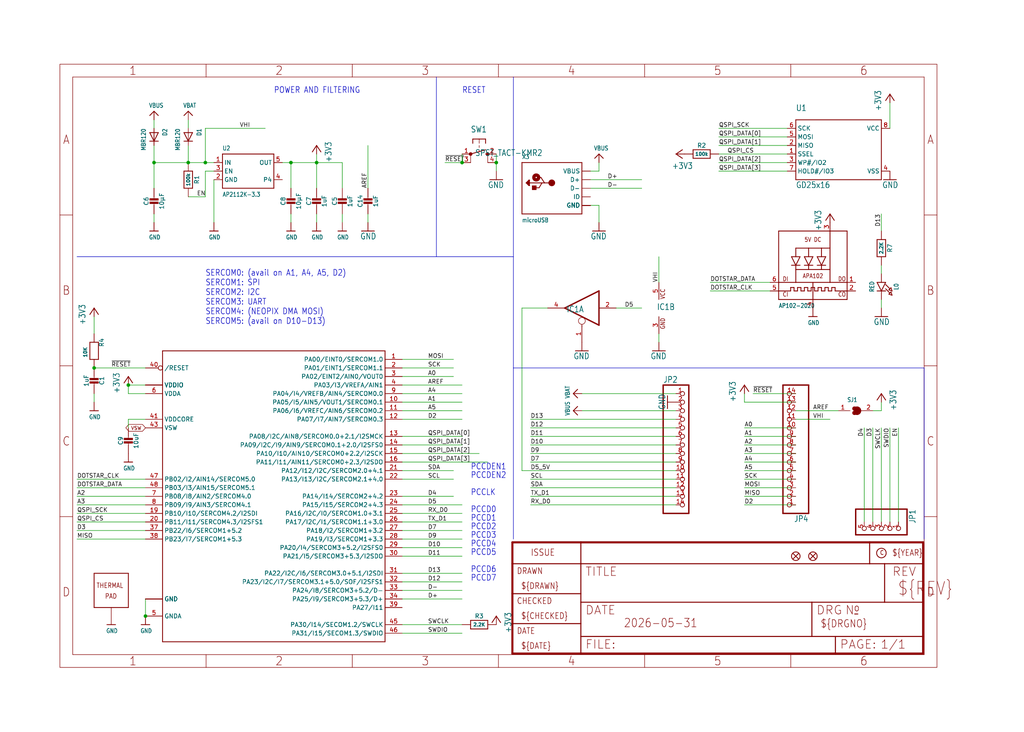
<source format=kicad_sch>
(kicad_sch (version 20230121) (generator eeschema)
  (paper "User" 303.962 217.322)
  (lib_symbols
    (symbol "working-eagle-import:+3V3" (power)
      (property "Value" "+3V3" (at -2.54 -5.08 90))
      (symbol "+3V3_1_0"
        (pin power_in line (at 0 -2.54 90) (length 2.54) (name "+3V3") (number "1"))
      )
    )
    (symbol "working-eagle-import:741G125DBV"
      (property "Reference" "IC" (at -0.635 -0.635 0))
      (symbol "741G125DBV_1_0"
        (pin input line (at 0 10.16 270) (length 5.08) (name "OE") (number "1"))
        (pin input line (at -10.16 0 0) (length 5.08) (name "I") (number "2"))
        (pin tri_state line (at 10.16 0 180) (length 5.08) (name "O") (number "4"))
      )
      (symbol "741G125DBV_2_0"
        (text "GND" (at 1.905 -6.35 900) (effects (font (size 1.27 1.0795)) (justify left bottom)))
        (text "VCC" (at 1.905 2.54 900) (effects (font (size 1.27 1.0795)) (justify left bottom)))
        (pin power_in line (at 0 -7.62 90) (length 5.08) (name "GND") (number "3"))
        (pin power_in line (at 0 7.62 270) (length 5.08) (name "VCC") (number "5"))
      )
    )
    (symbol "working-eagle-import:APA1022020"
      (symbol "APA1022020_1_0"
        (text "5V DC" (at 0 7.62 0) (effects (font (size 1.27 1.0795))))
        (text "APA102" (at 0 -3.175 0) (effects (font (size 1.27 1.0795))))
        (text "CI" (at -8.128 -8.636 0) (effects (font (size 1.27 1.0795))))
        (text "CO" (at 8.636 -8.636 0) (effects (font (size 1.27 1.0795))))
        (text "DI" (at -8.128 -4.064 0) (effects (font (size 1.27 1.0795))))
        (text "DO" (at 8.636 -4.064 0) (effects (font (size 1.27 1.0795))))
        (pin output line (at 12.7 -5.08 180) (length 2.54) (name "DO") (number "1"))
        (pin output line (at 12.7 -7.62 180) (length 2.54) (name "CKO") (number "2"))
        (pin power_in line (at 5.08 12.7 270) (length 2.54) (name "VDD") (number "3"))
        (pin power_in line (at 0 -12.7 90) (length 2.54) (name "GND") (number "4"))
        (pin input line (at -12.7 -7.62 0) (length 2.54) (name "CKI") (number "5"))
        (pin input line (at -12.7 -5.08 0) (length 2.54) (name "DI") (number "6"))
      )
    )
    (symbol "working-eagle-import:ATSAMD51G_TQFN48"
      (symbol "ATSAMD51G_TQFN48_1_0"
        (pin bidirectional line (at 38.1 48.26 180) (length 5.08) (name "PA00/EINT0/SERCOM1.0") (number "1"))
        (pin bidirectional line (at 38.1 35.56 180) (length 5.08) (name "PA05/I5/AIN5/VOUT1/SERCOM0.1") (number "10"))
        (pin bidirectional line (at 38.1 33.02 180) (length 5.08) (name "PA06/I6/VREFC/AIN6/SERCOM0.2") (number "11"))
        (pin bidirectional line (at 38.1 30.48 180) (length 5.08) (name "PA07/I7/AIN7/SERCOM0.3") (number "12"))
        (pin bidirectional line (at 38.1 25.4 180) (length 5.08) (name "PA08/I2C/AIN8/SERCOM0.0+2.1/I2SMCK") (number "13"))
        (pin bidirectional line (at 38.1 22.86 180) (length 5.08) (name "PA09/I2C/I9/AIN9/SERCOM0.1+2.0/I2SFS0") (number "14"))
        (pin bidirectional line (at 38.1 20.32 180) (length 5.08) (name "PA10/I10/AIN10/SERCOM0+2.2/I2SCK") (number "15"))
        (pin bidirectional line (at 38.1 17.78 180) (length 5.08) (name "PA11/I11/AIN11/SERCOM0+2.3/I2SDO") (number "16"))
        (pin power_in line (at -38.1 40.64 0) (length 5.08) (name "VDDIO") (number "17"))
        (pin power_in line (at -38.1 -22.86 0) (length 5.08) (name "GND") (number "18"))
        (pin bidirectional line (at -38.1 2.54 0) (length 5.08) (name "PB10/I10/SERCOM4.2/I2SDI") (number "19"))
        (pin bidirectional line (at 38.1 45.72 180) (length 5.08) (name "PA01/EINT1/SERCOM1.1") (number "2"))
        (pin bidirectional line (at -38.1 0 0) (length 5.08) (name "PB11/I11/SERCOM4.3/I2SFS1") (number "20"))
        (pin bidirectional line (at 38.1 15.24 180) (length 5.08) (name "PA12/I12/I2C/SERCOM2.0+4.1") (number "21"))
        (pin bidirectional line (at 38.1 12.7 180) (length 5.08) (name "PA13/I13/I2C/SERCOM2.1+4.0") (number "22"))
        (pin bidirectional line (at 38.1 7.62 180) (length 5.08) (name "PA14/I14/SERCOM2+4.2") (number "23"))
        (pin bidirectional line (at 38.1 5.08 180) (length 5.08) (name "PA15/I15/SERCOM2+4.3") (number "24"))
        (pin bidirectional line (at 38.1 2.54 180) (length 5.08) (name "PA16/I2C/I0/SERCOM1.0+3.1") (number "25"))
        (pin bidirectional line (at 38.1 0 180) (length 5.08) (name "PA17/I2C/I1/SERCOM1.1+3.0") (number "26"))
        (pin bidirectional line (at 38.1 -2.54 180) (length 5.08) (name "PA18/I2/SERCOM1+3.2") (number "27"))
        (pin bidirectional line (at 38.1 -5.08 180) (length 5.08) (name "PA19/I3/SERCOM1+3.3") (number "28"))
        (pin bidirectional line (at 38.1 -7.62 180) (length 5.08) (name "PA20/I4/SERCOM3+5.2/I2SFS0") (number "29"))
        (pin bidirectional line (at 38.1 43.18 180) (length 5.08) (name "PA02/EINT2/AIN0/VOUT0") (number "3"))
        (pin bidirectional line (at 38.1 -10.16 180) (length 5.08) (name "PA21/I5/SERCOM3+5.3/I2SDO") (number "30"))
        (pin bidirectional line (at 38.1 -15.24 180) (length 5.08) (name "PA22/I2C/I6/SERCOM3.0+5.1/I2SDI") (number "31"))
        (pin bidirectional line (at 38.1 -17.78 180) (length 5.08) (name "PA23/I2C/I7/SERCOM3.1+5.0/SOF/I2SFS1") (number "32"))
        (pin bidirectional line (at 38.1 -20.32 180) (length 5.08) (name "PA24/I8/SERCOM3+5.2/D-") (number "33"))
        (pin bidirectional line (at 38.1 -22.86 180) (length 5.08) (name "PA25/I9/SERCOM3+5.3/D+") (number "34"))
        (pin power_in line (at -38.1 -22.86 0) (length 5.08) (name "GND") (number "35"))
        (pin power_in line (at -38.1 40.64 0) (length 5.08) (name "VDDIO") (number "36"))
        (pin bidirectional line (at -38.1 -2.54 0) (length 5.08) (name "PB22/I6/SERCOM1+5.2") (number "37"))
        (pin bidirectional line (at -38.1 -5.08 0) (length 5.08) (name "PB23/I7/SERCOM1+5.3") (number "38"))
        (pin bidirectional line (at 38.1 -25.4 180) (length 5.08) (name "PA27/I11") (number "39"))
        (pin bidirectional line (at 38.1 40.64 180) (length 5.08) (name "PA03/I3/VREFA/AIN1") (number "4"))
        (pin bidirectional inverted (at -38.1 45.72 0) (length 5.08) (name "/RESET") (number "40"))
        (pin power_in line (at -38.1 30.48 0) (length 5.08) (name "VDDCORE") (number "41"))
        (pin power_in line (at -38.1 -22.86 0) (length 5.08) (name "GND") (number "42"))
        (pin power_in line (at -38.1 27.94 0) (length 5.08) (name "VSW") (number "43"))
        (pin power_in line (at -38.1 40.64 0) (length 5.08) (name "VDDIO") (number "44"))
        (pin bidirectional line (at 38.1 -30.48 180) (length 5.08) (name "PA30/I14/SECOM1.2/SWCLK") (number "45"))
        (pin bidirectional line (at 38.1 -33.02 180) (length 5.08) (name "PA31/I15/SECOM1.3/SWDIO") (number "46"))
        (pin bidirectional line (at -38.1 12.7 0) (length 5.08) (name "PB02/I2/AIN14/SERCOM5.0") (number "47"))
        (pin bidirectional line (at -38.1 10.16 0) (length 5.08) (name "PB03/I3/AIN15/SERCOM5.1") (number "48"))
        (pin power_in line (at -38.1 -27.94 0) (length 5.08) (name "GNDA") (number "5"))
        (pin power_in line (at -38.1 38.1 0) (length 5.08) (name "VDDA") (number "6"))
        (pin bidirectional line (at -38.1 7.62 0) (length 5.08) (name "PB08/I8/AIN2/SERCOM4.0") (number "7"))
        (pin bidirectional line (at -38.1 5.08 0) (length 5.08) (name "PB09/I9/AIN3/SERCOM4.1") (number "8"))
        (pin bidirectional line (at 38.1 38.1 180) (length 5.08) (name "PA04/I4/VREFB/AIN4/SERCOM0.0") (number "9"))
      )
      (symbol "ATSAMD51G_TQFN48_2_0"
        (text "PAD" (at -1.905 -2.54 0) (effects (font (size 1.4224 1.209)) (justify left bottom)))
        (text "THERMAL" (at -4.445 0.635 0) (effects (font (size 1.4224 1.209)) (justify left bottom)))
        (pin power_in line (at 0 -7.62 90) (length 2.54) (name "TP") (number "THERMAL"))
      )
    )
    (symbol "working-eagle-import:CAP_CERAMIC0603_NO"
      (property "Reference" "C" (at -2.29 1.25 90))
      (symbol "CAP_CERAMIC0603_NO_1_0"
        (pin passive line (at 0 5.08 270) (length 2.54) (name "1") (number "1"))
        (pin passive line (at 0 -2.54 90) (length 2.54) (name "2") (number "2"))
      )
    )
    (symbol "working-eagle-import:CAP_CERAMIC0805-NOOUTLINE"
      (property "Reference" "C" (at -2.29 1.25 90))
      (symbol "CAP_CERAMIC0805-NOOUTLINE_1_0"
        (pin passive line (at 0 5.08 270) (length 2.54) (name "1") (number "1"))
        (pin passive line (at 0 -2.54 90) (length 2.54) (name "2") (number "2"))
      )
    )
    (symbol "working-eagle-import:CAP_CERAMIC_0603MP"
      (property "Reference" "C" (at -2.29 1.25 90))
      (symbol "CAP_CERAMIC_0603MP_1_0"
        (pin passive line (at 0 5.08 270) (length 2.54) (name "1") (number "1"))
        (pin passive line (at 0 -2.54 90) (length 2.54) (name "2") (number "2"))
      )
    )
    (symbol "working-eagle-import:CAP_CERAMIC_0805MP"
      (property "Reference" "C" (at -2.29 1.25 90))
      (symbol "CAP_CERAMIC_0805MP_1_0"
        (pin passive line (at 0 5.08 270) (length 2.54) (name "1") (number "1"))
        (pin passive line (at 0 -2.54 90) (length 2.54) (name "2") (number "2"))
      )
    )
    (symbol "working-eagle-import:DIODE_SOD-123FL"
      (property "Reference" "D" (at -2.54 2.54 0))
      (symbol "DIODE_SOD-123FL_1_0"
        (pin passive line (at -2.54 0 0) (length 2.54) (name "A") (number "A"))
        (pin passive line (at 2.54 0 180) (length 2.54) (name "C") (number "C"))
      )
    )
    (symbol "working-eagle-import:FIDUCIAL_1MM")
    (symbol "working-eagle-import:FRAME_A4"
      (symbol "FRAME_A4_1_0"
        (text "1" (at 21.6958 1.905 0) (effects (font (size 2.54 2.286))))
        (text "1" (at 21.6958 177.165 0) (effects (font (size 2.54 2.286))))
        (text "2" (at 65.0875 1.905 0) (effects (font (size 2.54 2.286))))
        (text "2" (at 65.0875 177.165 0) (effects (font (size 2.54 2.286))))
        (text "3" (at 108.4792 1.905 0) (effects (font (size 2.54 2.286))))
        (text "3" (at 108.4792 177.165 0) (effects (font (size 2.54 2.286))))
        (text "4" (at 151.8708 1.905 0) (effects (font (size 2.54 2.286))))
        (text "4" (at 151.8708 177.165 0) (effects (font (size 2.54 2.286))))
        (text "5" (at 195.2625 1.905 0) (effects (font (size 2.54 2.286))))
        (text "5" (at 195.2625 177.165 0) (effects (font (size 2.54 2.286))))
        (text "6" (at 238.6542 1.905 0) (effects (font (size 2.54 2.286))))
        (text "6" (at 238.6542 177.165 0) (effects (font (size 2.54 2.286))))
        (text "A" (at 1.905 156.6863 0) (effects (font (size 2.54 2.286))))
        (text "A" (at 258.445 156.6863 0) (effects (font (size 2.54 2.286))))
        (text "B" (at 1.905 111.9188 0) (effects (font (size 2.54 2.286))))
        (text "B" (at 258.445 111.9188 0) (effects (font (size 2.54 2.286))))
        (text "C" (at 1.905 67.1513 0) (effects (font (size 2.54 2.286))))
        (text "C" (at 258.445 67.1513 0) (effects (font (size 2.54 2.286))))
        (text "D" (at 1.905 22.3838 0) (effects (font (size 2.54 2.286))))
        (text "D" (at 258.445 22.3838 0) (effects (font (size 2.54 2.286))))
      )
      (symbol "FRAME_A4_2_0"
        (text "${#}/${##}" (at 108.9152 2.8448 0) (effects (font (size 2.54 2.54)) (justify left bottom)))
        (text "${CHECKED}" (at 2.2352 11.7348 0) (effects (font (size 1.778 1.5113)) (justify left bottom)))
        (text "${COMPANY}" (at 23.349 29.6735 0) (effects (font (size 3.175 2.6987) (thickness 0.5397) bold) (justify left bottom)))
        (text "${CURRENT_DATE}" (at 32.7152 9.1948 0) (effects (font (size 2.54 2.159)) (justify left bottom)))
        (text "${DATE}" (at 2.2352 2.8448 0) (effects (font (size 1.778 1.5113)) (justify left bottom)))
        (text "${DRAWN}" (at 2.2352 20.6248 0) (effects (font (size 1.778 1.5113)) (justify left bottom)))
        (text "${DRGNO}" (at 91.1352 9.1948 0) (effects (font (size 2.1844 1.8567)) (justify left bottom)))
        (text "${PROJECTNAME}" (at 33.0327 2.8448 0) (effects (font (size 2.54 2.159)) (justify left bottom)))
        (text "${REV}" (at 113.9952 18.7198 0) (effects (font (size 3.81 3.2385)) (justify left bottom)))
        (text "${YEAR}" (at 112.4077 30.4673 0) (effects (font (size 1.778 1.5113)) (justify left bottom)))
        (text "C" (at 108.7564 30.7848 0) (effects (font (size 1.27 1.0795)) (justify left bottom)))
        (text "CHECKED" (at 0.9652 16.1798 0) (effects (font (size 1.778 1.5113)) (justify left bottom)))
        (text "DATE" (at 0.9652 7.2898 0) (effects (font (size 1.778 1.5113)) (justify left bottom)))
        (text "DATE" (at 21.2852 13.0048 0) (effects (font (size 2.54 2.54)) (justify left bottom)))
        (text "DRAWN" (at 0.9652 25.0698 0) (effects (font (size 1.778 1.5113)) (justify left bottom)))
        (text "DRG" (at 89.8652 13.0048 0) (effects (font (size 2.54 2.54)) (justify left bottom)))
        (text "FILE:" (at 21.2852 2.8448 0) (effects (font (size 2.54 2.54)) (justify left bottom)))
        (text "ISSUE" (at 5.0927 30.4673 0) (effects (font (size 1.9304 1.6408)) (justify left bottom)))
        (text "N" (at 98.4377 13.0048 0) (effects (font (size 2.54 2.54)) (justify left bottom)))
        (text "o" (at 100.9777 13.9573 0) (effects (font (size 2.1844 1.8567)) (justify left bottom)))
        (text "PAGE:" (at 96.8502 2.8448 0) (effects (font (size 2.54 2.54)) (justify left bottom)))
        (text "REV" (at 112.4077 24.4348 0) (effects (font (size 2.54 2.54)) (justify left bottom)))
        (text "TITLE" (at 21.2852 24.4348 0) (effects (font (size 2.54 2.54)) (justify left bottom)))
      )
    )
    (symbol "working-eagle-import:GND" (power)
      (property "Value" "GND" (at -1.524 -2.54 0))
      (symbol "GND_1_0"
        (pin power_in line (at 0 2.54 270) (length 2.54) (name "GND") (number "1"))
      )
    )
    (symbol "working-eagle-import:HEADER-1X14"
      (property "Reference" "JP" (at -6.35 20.955 0))
      (symbol "HEADER-1X14_1_0"
        (pin passive inverted (at -2.54 17.78 0) (length 2.54) (name "1") (number "1"))
        (pin passive inverted (at -2.54 -5.08 0) (length 2.54) (name "10") (number "10"))
        (pin passive inverted (at -2.54 -7.62 0) (length 2.54) (name "11") (number "11"))
        (pin passive inverted (at -2.54 -10.16 0) (length 2.54) (name "12") (number "12"))
        (pin passive inverted (at -2.54 -12.7 0) (length 2.54) (name "13") (number "13"))
        (pin passive inverted (at -2.54 -15.24 0) (length 2.54) (name "14") (number "14"))
        (pin passive inverted (at -2.54 15.24 0) (length 2.54) (name "2") (number "2"))
        (pin passive inverted (at -2.54 12.7 0) (length 2.54) (name "3") (number "3"))
        (pin passive inverted (at -2.54 10.16 0) (length 2.54) (name "4") (number "4"))
        (pin passive inverted (at -2.54 7.62 0) (length 2.54) (name "5") (number "5"))
        (pin passive inverted (at -2.54 5.08 0) (length 2.54) (name "6") (number "6"))
        (pin passive inverted (at -2.54 2.54 0) (length 2.54) (name "7") (number "7"))
        (pin passive inverted (at -2.54 0 0) (length 2.54) (name "8") (number "8"))
        (pin passive inverted (at -2.54 -2.54 0) (length 2.54) (name "9") (number "9"))
      )
    )
    (symbol "working-eagle-import:HEADER-1X570MIL"
      (property "Reference" "JP" (at -6.35 8.255 0))
      (symbol "HEADER-1X570MIL_1_0"
        (pin passive inverted (at -2.54 5.08 0) (length 2.54) (name "1") (number "1"))
        (pin passive inverted (at -2.54 2.54 0) (length 2.54) (name "2") (number "2"))
        (pin passive inverted (at -2.54 0 0) (length 2.54) (name "3") (number "3"))
        (pin passive inverted (at -2.54 -2.54 0) (length 2.54) (name "4") (number "4"))
        (pin passive inverted (at -2.54 -5.08 0) (length 2.54) (name "5") (number "5"))
      )
    )
    (symbol "working-eagle-import:LED0603_NOOUTLINE"
      (property "Reference" "D" (at -1.27 4.445 0))
      (symbol "LED0603_NOOUTLINE_1_0"
        (pin passive line (at -5.08 0 0) (length 2.54) (name "A") (number "A"))
        (pin passive line (at 2.54 0 180) (length 2.54) (name "C") (number "C"))
      )
    )
    (symbol "working-eagle-import:RESISTOR_0603MP"
      (property "Reference" "R" (at 0 2.54 0))
      (symbol "RESISTOR_0603MP_1_0"
        (pin passive line (at -5.08 0 0) (length 2.54) (name "1") (number "1"))
        (pin passive line (at 5.08 0 180) (length 2.54) (name "2") (number "2"))
      )
    )
    (symbol "working-eagle-import:RESISTOR_0603_NOOUT"
      (property "Reference" "R" (at 0 2.54 0))
      (symbol "RESISTOR_0603_NOOUT_1_0"
        (pin passive line (at -5.08 0 0) (length 2.54) (name "1") (number "1"))
        (pin passive line (at 5.08 0 180) (length 2.54) (name "2") (number "2"))
      )
    )
    (symbol "working-eagle-import:SOLDERJUMPERCLOSED"
      (property "Reference" "SJ" (at -2.54 2.54 0))
      (symbol "SOLDERJUMPERCLOSED_1_0"
        (pin passive line (at -5.08 0 0) (length 2.54) (name "1") (number "1"))
        (pin passive line (at 5.08 0 180) (length 2.54) (name "2") (number "2"))
      )
    )
    (symbol "working-eagle-import:SPIFLASH_8PINUX"
      (property "Reference" "U" (at -12.7 12.7 0))
      (symbol "SPIFLASH_8PINUX_1_0"
        (pin bidirectional line (at -15.24 0 0) (length 2.54) (name "SSEL") (number "1"))
        (pin bidirectional line (at -15.24 2.54 0) (length 2.54) (name "MISO") (number "2"))
        (pin bidirectional line (at -15.24 -2.54 0) (length 2.54) (name "WP#/IO2") (number "3"))
        (pin bidirectional line (at 15.24 -5.08 180) (length 2.54) (name "VSS") (number "4"))
        (pin bidirectional line (at -15.24 5.08 0) (length 2.54) (name "MOSI") (number "5"))
        (pin bidirectional line (at -15.24 7.62 0) (length 2.54) (name "SCK") (number "6"))
        (pin bidirectional line (at -15.24 -5.08 0) (length 2.54) (name "HOLD#/IO3") (number "7"))
        (pin bidirectional line (at 15.24 7.62 180) (length 2.54) (name "VCC") (number "8"))
      )
    )
    (symbol "working-eagle-import:SPST_TACT-KMR2"
      (property "Reference" "SW" (at -6.35 -2.54 90))
      (symbol "SPST_TACT-KMR2_1_0"
        (pin passive line (at 0 -5.08 90) (length 2.54) (name "P") (number "1"))
        (pin passive line (at 0 5.08 270) (length 2.54) (name "S") (number "2"))
        (pin passive line (at 2.54 -5.08 90) (length 2.54) (name "P1") (number "3"))
        (pin passive line (at 2.54 5.08 270) (length 2.54) (name "S1") (number "4"))
      )
    )
    (symbol "working-eagle-import:USB_MICRO_20329_V2"
      (property "Reference" "X" (at -10.16 8.636 0))
      (symbol "USB_MICRO_20329_V2_1_0"
        (pin power_in line (at 10.16 -5.08 180) (length 2.54) (name "GND") (number "BASE@1"))
        (pin power_in line (at 10.16 -5.08 180) (length 2.54) (name "GND") (number "BASE@2"))
        (pin bidirectional line (at 10.16 2.54 180) (length 2.54) (name "D+") (number "D+"))
        (pin bidirectional line (at 10.16 0 180) (length 2.54) (name "D-") (number "D-"))
        (pin power_in line (at 10.16 -5.08 180) (length 2.54) (name "GND") (number "GND"))
        (pin bidirectional line (at 10.16 -2.54 180) (length 2.54) (name "ID") (number "ID"))
        (pin power_in line (at 10.16 -5.08 180) (length 2.54) (name "GND") (number "SPRT@1"))
        (pin power_in line (at 10.16 -5.08 180) (length 2.54) (name "GND") (number "SPRT@2"))
        (pin power_in line (at 10.16 -5.08 180) (length 2.54) (name "GND") (number "SPRT@3"))
        (pin power_in line (at 10.16 -5.08 180) (length 2.54) (name "GND") (number "SPRT@4"))
        (pin power_in line (at 10.16 5.08 180) (length 2.54) (name "VBUS") (number "VBUS"))
      )
    )
    (symbol "working-eagle-import:VBAT" (power)
      (property "Value" "VBAT" (at -1.524 1.016 0))
      (symbol "VBAT_1_0"
        (pin power_in line (at 0 -2.54 90) (length 2.54) (name "VBAT") (number "1"))
      )
    )
    (symbol "working-eagle-import:VBUS" (power)
      (property "Value" "VBUS" (at -1.524 1.016 0))
      (symbol "VBUS_1_0"
        (pin power_in line (at 0 -2.54 90) (length 2.54) (name "VBUS") (number "1"))
      )
    )
    (symbol "working-eagle-import:VREG_SOT23-5"
      (property "Reference" "U" (at -7.62 6.096 0))
      (symbol "VREG_SOT23-5_1_0"
        (pin power_in line (at -10.16 2.54 0) (length 2.54) (name "IN") (number "1"))
        (pin power_in line (at -10.16 -2.54 0) (length 2.54) (name "GND") (number "2"))
        (pin input line (at -10.16 0 0) (length 2.54) (name "EN") (number "3"))
        (pin bidirectional line (at 10.16 -2.54 180) (length 2.54) (name "P4") (number "4"))
        (pin power_in line (at 10.16 2.54 180) (length 2.54) (name "OUT") (number "5"))
      )
    )
    (symbol "working-eagle-import:supply1_GND" (power)
      (property "Value" "supply1_GND" (at -2.54 -2.54 0))
      (symbol "supply1_GND_1_0"
        (pin power_in line (at 0 2.54 270) (length 2.54) (name "GND") (number "1"))
      )
    )
  )
  (junction (at 137.16 48.26))
  (junction (at 55.88 48.26))
  (junction (at 93.98 48.26))
  (junction (at 43.18 182.88))
  (junction (at 86.36 48.26))
  (junction (at 27.94 109.22))
  (junction (at 45.72 48.26))
  (junction (at 38.1 114.3))
  (junction (at 147.32 48.26))
  (junction (at 60.96 48.26))
  (wire (pts (xy 154.94 91.44) (xy 162.56 91.44)) (stroke (width 0.1524)))
  (wire (pts (xy 55.88 38.1) (xy 55.88 35.56)) (stroke (width 0.1524)))
  (wire (pts (xy 119.38 154.94) (xy 137.16 154.94)) (stroke (width 0.1524)))
  (wire (pts (xy 45.72 48.26) (xy 45.72 43.18)) (stroke (width 0.1524)))
  (polyline (pts (xy 274.32 160.02) (xy 274.32 109.22)) (stroke (width 0.1524) (type solid)))
  (wire (pts (xy 63.5 48.26) (xy 60.96 48.26)) (stroke (width 0.1524)))
  (wire (pts (xy 261.62 88.9) (xy 261.62 91.44)) (stroke (width 0.1524)))
  (wire (pts (xy 93.98 48.26) (xy 93.98 55.88)) (stroke (width 0.1524)))
  (wire (pts (xy 175.26 53.34) (xy 190.5 53.34)) (stroke (width 0.1524)))
  (wire (pts (xy 236.22 137.16) (xy 220.98 137.16)) (stroke (width 0.1524)))
  (wire (pts (xy 60.96 50.8) (xy 63.5 50.8)) (stroke (width 0.1524)))
  (wire (pts (xy 195.58 76.2) (xy 195.58 83.82)) (stroke (width 0.1524)))
  (wire (pts (xy 119.38 132.08) (xy 137.16 132.08)) (stroke (width 0.1524)))
  (wire (pts (xy 259.08 154.94) (xy 259.08 127)) (stroke (width 0.1524)))
  (wire (pts (xy 137.16 157.48) (xy 119.38 157.48)) (stroke (width 0.1524)))
  (wire (pts (xy 109.22 55.88) (xy 109.22 43.18)) (stroke (width 0.1524)))
  (wire (pts (xy 157.48 144.78) (xy 200.66 144.78)) (stroke (width 0.1524)))
  (wire (pts (xy 236.22 142.24) (xy 220.98 142.24)) (stroke (width 0.1524)))
  (wire (pts (xy 147.32 50.8) (xy 147.32 48.26)) (stroke (width 0.1524)))
  (wire (pts (xy 177.8 50.8) (xy 177.8 48.26)) (stroke (width 0.1524)))
  (wire (pts (xy 119.38 185.42) (xy 137.16 185.42)) (stroke (width 0.1524)))
  (wire (pts (xy 190.5 55.88) (xy 175.26 55.88)) (stroke (width 0.1524)))
  (polyline (pts (xy 152.4 76.2) (xy 152.4 22.86)) (stroke (width 0.1524) (type solid)))
  (wire (pts (xy 200.66 142.24) (xy 157.48 142.24)) (stroke (width 0.1524)))
  (polyline (pts (xy 152.4 160.02) (xy 152.4 109.22)) (stroke (width 0.1524) (type solid)))
  (wire (pts (xy 228.6 83.82) (xy 210.82 83.82)) (stroke (width 0.1524)))
  (wire (pts (xy 264.16 30.48) (xy 264.16 38.1)) (stroke (width 0.1524)))
  (wire (pts (xy 119.38 162.56) (xy 137.16 162.56)) (stroke (width 0.1524)))
  (polyline (pts (xy 22.86 76.2) (xy 129.54 76.2)) (stroke (width 0.1524) (type solid)))
  (wire (pts (xy 38.1 116.84) (xy 38.1 114.3)) (stroke (width 0.1524)))
  (wire (pts (xy 43.18 152.4) (xy 22.86 152.4)) (stroke (width 0.1524)))
  (wire (pts (xy 137.16 187.96) (xy 119.38 187.96)) (stroke (width 0.1524)))
  (wire (pts (xy 157.48 127) (xy 200.66 127)) (stroke (width 0.1524)))
  (wire (pts (xy 236.22 144.78) (xy 220.98 144.78)) (stroke (width 0.1524)))
  (wire (pts (xy 175.26 50.8) (xy 177.8 50.8)) (stroke (width 0.1524)))
  (wire (pts (xy 261.62 78.74) (xy 261.62 81.28)) (stroke (width 0.1524)))
  (wire (pts (xy 119.38 134.62) (xy 142.24 134.62)) (stroke (width 0.1524)))
  (wire (pts (xy 119.38 114.3) (xy 137.16 114.3)) (stroke (width 0.1524)))
  (wire (pts (xy 236.22 149.86) (xy 220.98 149.86)) (stroke (width 0.1524)))
  (wire (pts (xy 233.68 48.26) (xy 213.36 48.26)) (stroke (width 0.1524)))
  (wire (pts (xy 137.16 129.54) (xy 119.38 129.54)) (stroke (width 0.1524)))
  (wire (pts (xy 220.98 134.62) (xy 236.22 134.62)) (stroke (width 0.1524)))
  (wire (pts (xy 200.66 121.92) (xy 172.72 121.92)) (stroke (width 0.1524)))
  (wire (pts (xy 60.96 48.26) (xy 60.96 38.1)) (stroke (width 0.1524)))
  (wire (pts (xy 157.48 132.08) (xy 200.66 132.08)) (stroke (width 0.1524)))
  (wire (pts (xy 45.72 48.26) (xy 45.72 55.88)) (stroke (width 0.1524)))
  (wire (pts (xy 261.62 121.92) (xy 261.62 119.38)) (stroke (width 0.1524)))
  (wire (pts (xy 119.38 137.16) (xy 144.78 137.16)) (stroke (width 0.1524)))
  (polyline (pts (xy 129.54 76.2) (xy 129.54 22.86)) (stroke (width 0.1524) (type solid)))
  (wire (pts (xy 154.94 139.7) (xy 154.94 91.44)) (stroke (width 0.1524)))
  (wire (pts (xy 86.36 55.88) (xy 86.36 48.26)) (stroke (width 0.1524)))
  (wire (pts (xy 119.38 152.4) (xy 137.16 152.4)) (stroke (width 0.1524)))
  (wire (pts (xy 200.66 147.32) (xy 157.48 147.32)) (stroke (width 0.1524)))
  (wire (pts (xy 137.16 149.86) (xy 119.38 149.86)) (stroke (width 0.1524)))
  (wire (pts (xy 200.66 139.7) (xy 154.94 139.7)) (stroke (width 0.1524)))
  (wire (pts (xy 119.38 111.76) (xy 134.62 111.76)) (stroke (width 0.1524)))
  (wire (pts (xy 55.88 43.18) (xy 55.88 48.26)) (stroke (width 0.1524)))
  (wire (pts (xy 213.36 40.64) (xy 233.68 40.64)) (stroke (width 0.1524)))
  (wire (pts (xy 27.94 99.06) (xy 27.94 93.98)) (stroke (width 0.1524)))
  (wire (pts (xy 200.66 134.62) (xy 157.48 134.62)) (stroke (width 0.1524)))
  (wire (pts (xy 264.16 154.94) (xy 264.16 127)) (stroke (width 0.1524)))
  (wire (pts (xy 213.36 50.8) (xy 233.68 50.8)) (stroke (width 0.1524)))
  (wire (pts (xy 175.26 60.96) (xy 177.8 60.96)) (stroke (width 0.1524)))
  (wire (pts (xy 261.62 68.58) (xy 261.62 63.5)) (stroke (width 0.1524)))
  (wire (pts (xy 43.18 157.48) (xy 22.86 157.48)) (stroke (width 0.1524)))
  (wire (pts (xy 43.18 177.8) (xy 43.18 182.88)) (stroke (width 0.1524)))
  (wire (pts (xy 261.62 127) (xy 261.62 154.94)) (stroke (width 0.1524)))
  (wire (pts (xy 236.22 121.92) (xy 248.92 121.92)) (stroke (width 0.1524)))
  (wire (pts (xy 60.96 38.1) (xy 78.74 38.1)) (stroke (width 0.1524)))
  (wire (pts (xy 45.72 63.5) (xy 45.72 66.04)) (stroke (width 0.1524)))
  (wire (pts (xy 119.38 170.18) (xy 137.16 170.18)) (stroke (width 0.1524)))
  (wire (pts (xy 38.1 124.46) (xy 38.1 127)) (stroke (width 0.1524)))
  (wire (pts (xy 236.22 127) (xy 220.98 127)) (stroke (width 0.1524)))
  (wire (pts (xy 119.38 109.22) (xy 134.62 109.22)) (stroke (width 0.1524)))
  (wire (pts (xy 43.18 109.22) (xy 27.94 109.22)) (stroke (width 0.1524)))
  (wire (pts (xy 43.18 116.84) (xy 38.1 116.84)) (stroke (width 0.1524)))
  (wire (pts (xy 132.08 48.26) (xy 137.16 48.26)) (stroke (width 0.1524)))
  (wire (pts (xy 172.72 116.84) (xy 200.66 116.84)) (stroke (width 0.1524)))
  (wire (pts (xy 233.68 43.18) (xy 213.36 43.18)) (stroke (width 0.1524)))
  (polyline (pts (xy 274.32 109.22) (xy 152.4 109.22)) (stroke (width 0.1524) (type solid)))
  (wire (pts (xy 43.18 124.46) (xy 38.1 124.46)) (stroke (width 0.1524)))
  (polyline (pts (xy 152.4 109.22) (xy 152.4 76.2)) (stroke (width 0.1524) (type solid)))
  (wire (pts (xy 119.38 116.84) (xy 137.16 116.84)) (stroke (width 0.1524)))
  (wire (pts (xy 182.88 91.44) (xy 190.5 91.44)) (stroke (width 0.1524)))
  (wire (pts (xy 93.98 48.26) (xy 101.6 48.26)) (stroke (width 0.1524)))
  (wire (pts (xy 236.22 124.46) (xy 246.38 124.46)) (stroke (width 0.1524)))
  (wire (pts (xy 137.16 48.26) (xy 137.16 45.72)) (stroke (width 0.1524)))
  (wire (pts (xy 22.86 144.78) (xy 43.18 144.78)) (stroke (width 0.1524)))
  (wire (pts (xy 220.98 116.84) (xy 220.98 119.38)) (stroke (width 0.1524)))
  (wire (pts (xy 119.38 106.68) (xy 134.62 106.68)) (stroke (width 0.1524)))
  (wire (pts (xy 22.86 160.02) (xy 43.18 160.02)) (stroke (width 0.1524)))
  (wire (pts (xy 220.98 129.54) (xy 236.22 129.54)) (stroke (width 0.1524)))
  (wire (pts (xy 200.66 129.54) (xy 157.48 129.54)) (stroke (width 0.1524)))
  (wire (pts (xy 83.82 48.26) (xy 86.36 48.26)) (stroke (width 0.1524)))
  (wire (pts (xy 236.22 116.84) (xy 223.52 116.84)) (stroke (width 0.1524)))
  (polyline (pts (xy 152.4 76.2) (xy 129.54 76.2)) (stroke (width 0.1524) (type solid)))
  (wire (pts (xy 55.88 58.42) (xy 60.96 58.42)) (stroke (width 0.1524)))
  (wire (pts (xy 236.22 132.08) (xy 220.98 132.08)) (stroke (width 0.1524)))
  (wire (pts (xy 220.98 119.38) (xy 236.22 119.38)) (stroke (width 0.1524)))
  (wire (pts (xy 101.6 55.88) (xy 101.6 48.26)) (stroke (width 0.1524)))
  (wire (pts (xy 43.18 114.3) (xy 38.1 114.3)) (stroke (width 0.1524)))
  (wire (pts (xy 200.66 124.46) (xy 157.48 124.46)) (stroke (width 0.1524)))
  (wire (pts (xy 60.96 58.42) (xy 60.96 50.8)) (stroke (width 0.1524)))
  (wire (pts (xy 119.38 172.72) (xy 137.16 172.72)) (stroke (width 0.1524)))
  (wire (pts (xy 119.38 142.24) (xy 134.62 142.24)) (stroke (width 0.1524)))
  (wire (pts (xy 134.62 139.7) (xy 119.38 139.7)) (stroke (width 0.1524)))
  (wire (pts (xy 177.8 60.96) (xy 177.8 66.04)) (stroke (width 0.1524)))
  (wire (pts (xy 43.18 147.32) (xy 22.86 147.32)) (stroke (width 0.1524)))
  (wire (pts (xy 233.68 38.1) (xy 213.36 38.1)) (stroke (width 0.1524)))
  (wire (pts (xy 86.36 48.26) (xy 93.98 48.26)) (stroke (width 0.1524)))
  (wire (pts (xy 22.86 154.94) (xy 43.18 154.94)) (stroke (width 0.1524)))
  (wire (pts (xy 137.16 119.38) (xy 119.38 119.38)) (stroke (width 0.1524)))
  (wire (pts (xy 147.32 45.72) (xy 147.32 48.26)) (stroke (width 0.1524)))
  (wire (pts (xy 220.98 139.7) (xy 236.22 139.7)) (stroke (width 0.1524)))
  (wire (pts (xy 266.7 154.94) (xy 266.7 127)) (stroke (width 0.1524)))
  (wire (pts (xy 93.98 63.5) (xy 93.98 66.04)) (stroke (width 0.1524)))
  (wire (pts (xy 45.72 35.56) (xy 45.72 38.1)) (stroke (width 0.1524)))
  (wire (pts (xy 63.5 53.34) (xy 63.5 66.04)) (stroke (width 0.1524)))
  (wire (pts (xy 233.68 45.72) (xy 213.36 45.72)) (stroke (width 0.1524)))
  (wire (pts (xy 157.48 137.16) (xy 200.66 137.16)) (stroke (width 0.1524)))
  (wire (pts (xy 259.08 121.92) (xy 261.62 121.92)) (stroke (width 0.1524)))
  (wire (pts (xy 119.38 121.92) (xy 137.16 121.92)) (stroke (width 0.1524)))
  (wire (pts (xy 22.86 149.86) (xy 43.18 149.86)) (stroke (width 0.1524)))
  (wire (pts (xy 195.58 99.06) (xy 195.58 101.6)) (stroke (width 0.1524)))
  (wire (pts (xy 43.18 142.24) (xy 22.86 142.24)) (stroke (width 0.1524)))
  (wire (pts (xy 101.6 66.04) (xy 101.6 63.5)) (stroke (width 0.1524)))
  (wire (pts (xy 55.88 48.26) (xy 45.72 48.26)) (stroke (width 0.1524)))
  (wire (pts (xy 55.88 48.26) (xy 60.96 48.26)) (stroke (width 0.1524)))
  (wire (pts (xy 256.54 127) (xy 256.54 154.94)) (stroke (width 0.1524)))
  (wire (pts (xy 119.38 175.26) (xy 137.16 175.26)) (stroke (width 0.1524)))
  (wire (pts (xy 137.16 177.8) (xy 119.38 177.8)) (stroke (width 0.1524)))
  (wire (pts (xy 27.94 119.38) (xy 27.94 116.84)) (stroke (width 0.1524)))
  (wire (pts (xy 119.38 160.02) (xy 137.16 160.02)) (stroke (width 0.1524)))
  (wire (pts (xy 119.38 165.1) (xy 137.16 165.1)) (stroke (width 0.1524)))
  (wire (pts (xy 86.36 63.5) (xy 86.36 66.04)) (stroke (width 0.1524)))
  (wire (pts (xy 119.38 147.32) (xy 134.62 147.32)) (stroke (width 0.1524)))
  (wire (pts (xy 220.98 147.32) (xy 236.22 147.32)) (stroke (width 0.1524)))
  (wire (pts (xy 93.98 48.26) (xy 93.98 45.72)) (stroke (width 0.1524)))
  (wire (pts (xy 210.82 86.36) (xy 228.6 86.36)) (stroke (width 0.1524)))
  (wire (pts (xy 109.22 63.5) (xy 109.22 66.04)) (stroke (width 0.1524)))
  (wire (pts (xy 119.38 124.46) (xy 137.16 124.46)) (stroke (width 0.1524)))
  (wire (pts (xy 157.48 149.86) (xy 200.66 149.86)) (stroke (width 0.1524)))
  (text "PCCD4" (at 139.7 162.56 0) (effects (font (size 1.778 1.5113)) (justify left bottom)))
  (text "PCCD1" (at 139.7 154.94 0) (effects (font (size 1.778 1.5113)) (justify left bottom)))
  (text "PCCD0" (at 139.7 152.4 0) (effects (font (size 1.778 1.5113)) (justify left bottom)))
  (text "PCCD5" (at 139.7 165.1 0) (effects (font (size 1.778 1.5113)) (justify left bottom)))
  (text "POWER AND FILTERING" (at 81.28 27.94 0) (effects (font (size 1.778 1.5113)) (justify left bottom)))
  (text "PCCLK" (at 139.7 147.32 0) (effects (font (size 1.778 1.5113)) (justify left bottom)))
  (text "RESET" (at 137.16 27.94 0) (effects (font (size 1.778 1.5113)) (justify left bottom)))
  (text "PCCD2" (at 139.7 157.48 0) (effects (font (size 1.778 1.5113)) (justify left bottom)))
  (text "PCCD3" (at 139.7 160.02 0) (effects (font (size 1.778 1.5113)) (justify left bottom)))
  (text "SERCOM0: (avail on A1, A4, A5, D2)\nSERCOM1: SPI\nSERCOM2: I2C\nSERCOM3: UART\nSERCOM4: (NEOPIX DMA MOSI)\nSERCOM5: (avail on D10-D13)" (at 60.96 96.52 0) (effects (font (size 1.778 1.5113)) (justify left bottom)))
  (text "PCCDEN2" (at 139.7 142.24 0) (effects (font (size 1.778 1.5113)) (justify left bottom)))
  (text "PCCD7" (at 139.7 172.72 0) (effects (font (size 1.778 1.5113)) (justify left bottom)))
  (text "PCCD6" (at 139.7 170.18 0) (effects (font (size 1.778 1.5113)) (justify left bottom)))
  (text "PCCDEN1" (at 139.7 139.7 0) (effects (font (size 1.778 1.5113)) (justify left bottom)))
  (label "AREF" (at 241.3 121.92 0) (effects (font (size 1.2446 1.2446))))
  (label "D+" (at 180.34 53.34 0) (effects (font (size 1.2446 1.2446))))
  (label "~{RESET}" (at 223.52 116.84 0) (effects (font (size 1.2446 1.2446))))
  (label "AREF" (at 127 114.3 0) (effects (font (size 1.2446 1.2446))))
  (label "TX_D1" (at 157.48 147.32 0) (effects (font (size 1.2446 1.2446))))
  (label "D3" (at 22.86 157.48 0) (effects (font (size 1.2446 1.2446))))
  (label "A2" (at 22.86 147.32 0) (effects (font (size 1.2446 1.2446))))
  (label "SCL" (at 127 142.24 0) (effects (font (size 1.2446 1.2446))))
  (label "D10" (at 127 162.56 0) (effects (font (size 1.2446 1.2446))))
  (label "QSPI_DATA[1]" (at 213.36 43.18 0) (effects (font (size 1.2446 1.2446))))
  (label "SWCLK" (at 127 185.42 0) (effects (font (size 1.2446 1.2446))))
  (label "EN" (at 58.42 58.42 0) (effects (font (size 1.2446 1.2446))))
  (label "A0" (at 127 111.76 0) (effects (font (size 1.2446 1.2446))))
  (label "QSPI_DATA[3]" (at 213.36 50.8 0) (effects (font (size 1.2446 1.2446))))
  (label "D10" (at 157.48 132.08 0) (effects (font (size 1.2446 1.2446))))
  (label "QSPI_DATA[2]" (at 213.36 48.26 0) (effects (font (size 1.2446 1.2446))))
  (label "SWDIO" (at 127 187.96 0) (effects (font (size 1.2446 1.2446))))
  (label "A4" (at 220.98 137.16 0) (effects (font (size 1.2446 1.2446))))
  (label "A4" (at 127 116.84 0) (effects (font (size 1.2446 1.2446))))
  (label "SWCLK" (at 261.62 127 270) (effects (font (size 1.2446 1.2446))))
  (label "MOSI" (at 127 106.68 0) (effects (font (size 1.2446 1.2446))))
  (label "D7" (at 157.48 137.16 0) (effects (font (size 1.2446 1.2446))))
  (label "QSPI_DATA[3]" (at 127 137.16 0) (effects (font (size 1.2446 1.2446))))
  (label "A3" (at 220.98 134.62 0) (effects (font (size 1.2446 1.2446))))
  (label "D+" (at 127 177.8 0) (effects (font (size 1.2446 1.2446))))
  (label "RX_D0" (at 157.48 149.86 0) (effects (font (size 1.2446 1.2446))))
  (label "RX_D0" (at 127 152.4 0) (effects (font (size 1.2446 1.2446))))
  (label "QSPI_DATA[0]" (at 213.36 40.64 0) (effects (font (size 1.2446 1.2446))))
  (label "DOTSTAR_DATA" (at 22.86 144.78 0) (effects (font (size 1.2446 1.2446))))
  (label "D13" (at 127 170.18 0) (effects (font (size 1.2446 1.2446))))
  (label "SCL" (at 157.48 142.24 0) (effects (font (size 1.2446 1.2446))))
  (label "QSPI_DATA[2]" (at 127 134.62 0) (effects (font (size 1.2446 1.2446))))
  (label "QSPI_DATA[0]" (at 127 129.54 0) (effects (font (size 1.2446 1.2446))))
  (label "TX_D1" (at 127 154.94 0) (effects (font (size 1.2446 1.2446))))
  (label "~{RESET}" (at 132.08 48.26 0) (effects (font (size 1.2446 1.2446))))
  (label "A3" (at 22.86 149.86 0) (effects (font (size 1.2446 1.2446))))
  (label "D5" (at 127 149.86 0) (effects (font (size 1.2446 1.2446))))
  (label "A5" (at 220.98 139.7 0) (effects (font (size 1.2446 1.2446))))
  (label "~{RESET}" (at 33.02 109.22 0) (effects (font (size 1.2446 1.2446))))
  (label "D12" (at 157.48 127 0) (effects (font (size 1.2446 1.2446))))
  (label "SDA" (at 157.48 144.78 0) (effects (font (size 1.2446 1.2446))))
  (label "MOSI" (at 220.98 144.78 0) (effects (font (size 1.2446 1.2446))))
  (label "D13" (at 157.48 124.46 0) (effects (font (size 1.2446 1.2446))))
  (label "D4" (at 256.54 127 270) (effects (font (size 1.2446 1.2446))))
  (label "SCK" (at 127 109.22 0) (effects (font (size 1.2446 1.2446))))
  (label "D5_5V" (at 157.48 139.7 0) (effects (font (size 1.2446 1.2446))))
  (label "D2" (at 220.98 149.86 0) (effects (font (size 1.2446 1.2446))))
  (label "QSPI_CS" (at 215.9 45.72 0) (effects (font (size 1.2446 1.2446))))
  (label "EN" (at 266.7 127 270) (effects (font (size 1.2446 1.2446))))
  (label "QSPI_DATA[1]" (at 127 132.08 0) (effects (font (size 1.2446 1.2446))))
  (label "D-" (at 127 175.26 0) (effects (font (size 1.2446 1.2446))))
  (label "SWDIO" (at 264.16 127 270) (effects (font (size 1.2446 1.2446))))
  (label "D12" (at 127 172.72 0) (effects (font (size 1.2446 1.2446))))
  (label "A2" (at 220.98 132.08 0) (effects (font (size 1.2446 1.2446))))
  (label "A5" (at 127 121.92 0) (effects (font (size 1.2446 1.2446))))
  (label "D5" (at 185.42 91.44 0) (effects (font (size 1.2446 1.2446))))
  (label "QSPI_SCK" (at 213.36 38.1 0) (effects (font (size 1.2446 1.2446))))
  (label "D4" (at 127 147.32 0) (effects (font (size 1.2446 1.2446))))
  (label "A1" (at 127 119.38 0) (effects (font (size 1.2446 1.2446))))
  (label "VHI" (at 71.12 38.1 0) (effects (font (size 1.2446 1.2446))))
  (label "A0" (at 220.98 127 0) (effects (font (size 1.2446 1.2446))))
  (label "D-" (at 180.34 55.88 0) (effects (font (size 1.2446 1.2446))))
  (label "AREF" (at 109.22 55.88 90) (effects (font (size 1.2446 1.2446))))
  (label "D13" (at 261.62 63.5 270) (effects (font (size 1.2446 1.2446))))
  (label "VHI" (at 241.3 124.46 0) (effects (font (size 1.2446 1.2446))))
  (label "A1" (at 220.98 129.54 0) (effects (font (size 1.2446 1.2446))))
  (label "SCK" (at 220.98 142.24 0) (effects (font (size 1.2446 1.2446))))
  (label "DOTSTAR_CLK" (at 210.82 86.36 0) (effects (font (size 1.2446 1.2446))))
  (label "D11" (at 157.48 129.54 0) (effects (font (size 1.2446 1.2446))))
  (label "SDA" (at 127 139.7 0) (effects (font (size 1.2446 1.2446))))
  (label "D3" (at 259.08 127 270) (effects (font (size 1.2446 1.2446))))
  (label "D2" (at 127 124.46 0) (effects (font (size 1.2446 1.2446))))
  (label "DOTSTAR_CLK" (at 22.86 142.24 0) (effects (font (size 1.2446 1.2446))))
  (label "D9" (at 127 160.02 0) (effects (font (size 1.2446 1.2446))))
  (label "MISO" (at 22.86 160.02 0) (effects (font (size 1.2446 1.2446))))
  (label "D7" (at 127 157.48 0) (effects (font (size 1.2446 1.2446))))
  (label "QSPI_CS" (at 22.86 154.94 0) (effects (font (size 1.2446 1.2446))))
  (label "VHI" (at 195.58 83.82 90) (effects (font (size 1.2446 1.2446))))
  (label "MISO" (at 220.98 147.32 0) (effects (font (size 1.2446 1.2446))))
  (label "D9" (at 157.48 134.62 0) (effects (font (size 1.2446 1.2446))))
  (label "QSPI_SCK" (at 22.86 152.4 0) (effects (font (size 1.2446 1.2446))))
  (label "DOTSTAR_DATA" (at 210.82 83.82 0) (effects (font (size 1.2446 1.2446))))
  (label "D11" (at 127 165.1 0) (effects (font (size 1.2446 1.2446))))
  (global_label "VSW" (shape bidirectional) (at 43.18 127 180) (effects (font (size 1.016 1.016))) (property "Intersheetrefs" "${INTERSHEET_REFS}" (effects hide)))
  (symbol (lib_id "working-eagle-import:supply1_GND") (at 195.58 104.14 0) (unit 1)
    (property "Reference" "#GND5" (effects hide))
    (property "Value" "GND" (at 193.04 106.68 0) (effects (font (size 1.778 1.5113)) (justify left bottom)))
  )
  (symbol (lib_id "working-eagle-import:RESISTOR_0603MP") (at 27.94 104.14 270) (unit 1)
    (property "Reference" "R4" (at 29.4386 100.33 0) (effects (justify left bottom)))
    (property "Value" "10K" (at 24.638 102.87 0) (effects (font (size 1.016 1.016) bold) (justify left bottom)))
    (property "Footprint" "working:_0603MP" (effects hide))
  )
  (symbol (lib_id "working-eagle-import:GND") (at 93.98 68.58 0) (unit 1)
    (property "Reference" "#U$28" (effects hide))
    (property "Value" "GND" (at 92.456 71.12 0) (effects (font (size 1.27 1.0795)) (justify left bottom)))
  )
  (symbol (lib_id "working-eagle-import:CAP_CERAMIC0603_NO") (at 109.22 60.96 0) (unit 1)
    (property "Reference" "C14" (at 106.93 59.71 90))
    (property "Value" "1uF" (at 111.52 59.71 90))
    (property "Footprint" "working:0603-NO" (effects hide))
  )
  (symbol (lib_id "working-eagle-import:+3V3") (at 93.98 43.18 0) (mirror y) (unit 1)
    (property "Reference" "#+3V4" (effects hide))
    (property "Value" "+3V3" (at 96.52 48.26 90) (effects (font (size 1.778 1.5113)) (justify left bottom)))
  )
  (symbol (lib_id "working-eagle-import:GND") (at 63.5 68.58 0) (unit 1)
    (property "Reference" "#U$30" (effects hide))
    (property "Value" "GND" (at 61.976 71.12 0) (effects (font (size 1.27 1.0795)) (justify left bottom)))
  )
  (symbol (lib_id "working-eagle-import:LED0603_NOOUTLINE") (at 261.62 86.36 270) (unit 1)
    (property "Reference" "L0" (at 266.065 85.09 0) (effects (font (size 1.27 1.0795))))
    (property "Value" "RED" (at 258.826 85.09 0) (effects (font (size 1.27 1.0795))))
    (property "Footprint" "working:CHIPLED_0603_NOOUTLINE" (effects hide))
  )
  (symbol (lib_id "working-eagle-import:RESISTOR_0603_NOOUT") (at 261.62 73.66 270) (unit 1)
    (property "Reference" "R7" (at 264.16 73.66 0))
    (property "Value" "2.2K" (at 261.62 73.66 0) (effects (font (size 1.016 1.016) bold)))
    (property "Footprint" "working:0603-NO" (effects hide))
  )
  (symbol (lib_id "working-eagle-import:HEADER-1X14") (at 203.2 134.62 0) (unit 1)
    (property "Reference" "JP2" (at 196.85 113.665 0) (effects (font (size 1.778 1.5113)) (justify left bottom)))
    (property "Value" "HEADER-1X14" (effects hide))
    (property "Footprint" "working:1X14_ROUND70" (effects hide))
  )
  (symbol (lib_id "working-eagle-import:GND") (at 101.6 68.58 0) (unit 1)
    (property "Reference" "#U$11" (effects hide))
    (property "Value" "GND" (at 100.076 71.12 0) (effects (font (size 1.27 1.0795)) (justify left bottom)))
  )
  (symbol (lib_id "working-eagle-import:VBUS") (at 45.72 33.02 0) (unit 1)
    (property "Reference" "#U$3" (effects hide))
    (property "Value" "VBUS" (at 44.196 32.004 0) (effects (font (size 1.27 1.0795)) (justify left bottom)))
  )
  (symbol (lib_id "working-eagle-import:supply1_GND") (at 172.72 104.14 0) (unit 1)
    (property "Reference" "#GND3" (effects hide))
    (property "Value" "GND" (at 170.18 106.68 0) (effects (font (size 1.778 1.5113)) (justify left bottom)))
  )
  (symbol (lib_id "working-eagle-import:supply1_GND") (at 147.32 53.34 0) (unit 1)
    (property "Reference" "#GND7" (effects hide))
    (property "Value" "GND" (at 144.78 55.88 0) (effects (font (size 1.778 1.5113)) (justify left bottom)))
  )
  (symbol (lib_id "working-eagle-import:ATSAMD51G_TQFN48") (at 81.28 154.94 0) (unit 1)
    (property "Reference" "IC2" (effects hide))
    (property "Value" "ATSAMD51G_TQFN48" (effects hide))
    (property "Footprint" "working:TQFN48_7MM" (effects hide))
  )
  (symbol (lib_id "working-eagle-import:HEADER-1X570MIL") (at 261.62 157.48 270) (unit 1)
    (property "Reference" "JP1" (at 269.875 151.13 0) (effects (font (size 1.778 1.5113)) (justify left bottom)))
    (property "Value" "HEADER-1X570MIL" (effects hide))
    (property "Footprint" "working:1X05_ROUND_70" (effects hide))
  )
  (symbol (lib_id "working-eagle-import:+3V3") (at 264.16 27.94 0) (unit 1)
    (property "Reference" "#+3V7" (effects hide))
    (property "Value" "+3V3" (at 261.62 33.02 90) (effects (font (size 1.778 1.5113)) (justify left bottom)))
  )
  (symbol (lib_id "working-eagle-import:RESISTOR_0603_NOOUT") (at 55.88 53.34 270) (unit 1)
    (property "Reference" "R1" (at 58.42 53.34 0))
    (property "Value" "100k" (at 55.88 53.34 0) (effects (font (size 1.016 1.016) bold)))
    (property "Footprint" "working:0603-NO" (effects hide))
  )
  (symbol (lib_id "working-eagle-import:VREG_SOT23-5") (at 73.66 50.8 0) (unit 1)
    (property "Reference" "U2" (at 66.04 44.704 0) (effects (font (size 1.27 1.0795)) (justify left bottom)))
    (property "Value" "AP2112K-3.3" (at 66.04 58.42 0) (effects (font (size 1.27 1.0795)) (justify left bottom)))
    (property "Footprint" "working:SOT23-5" (effects hide))
  )
  (symbol (lib_id "working-eagle-import:+3V3") (at 261.62 116.84 0) (mirror y) (unit 1)
    (property "Reference" "#+3V3" (effects hide))
    (property "Value" "+3V3" (at 264.16 121.92 90) (effects (font (size 1.778 1.5113)) (justify left bottom)))
  )
  (symbol (lib_id "working-eagle-import:DIODE_SOD-123FL") (at 45.72 40.64 270) (unit 1)
    (property "Reference" "D2" (at 48.26 38.1 0) (effects (font (size 1.27 1.0795)) (justify left bottom)))
    (property "Value" "MBR120" (at 41.91 38.1 0) (effects (font (size 1.27 1.0795)) (justify left bottom)))
    (property "Footprint" "working:SOD-123FL" (effects hide))
  )
  (symbol (lib_id "working-eagle-import:+3V3") (at 220.98 114.3 0) (unit 1)
    (property "Reference" "#+3V1" (effects hide))
    (property "Value" "+3V3" (at 218.44 119.38 90) (effects (font (size 1.778 1.5113)) (justify left bottom)))
  )
  (symbol (lib_id "working-eagle-import:GND") (at 45.72 68.58 0) (unit 1)
    (property "Reference" "#U$27" (effects hide))
    (property "Value" "GND" (at 44.196 71.12 0) (effects (font (size 1.27 1.0795)) (justify left bottom)))
  )
  (symbol (lib_id "working-eagle-import:+3V3") (at 27.94 91.44 0) (unit 1)
    (property "Reference" "#+3V11" (effects hide))
    (property "Value" "+3V3" (at 25.4 96.52 90) (effects (font (size 1.778 1.5113)) (justify left bottom)))
  )
  (symbol (lib_id "working-eagle-import:FIDUCIAL_1MM") (at 241.3 165.1 0) (unit 1)
    (property "Reference" "U$34" (effects hide))
    (property "Value" "FIDUCIAL_1MM" (effects hide))
    (property "Footprint" "working:FIDUCIAL_1MM" (effects hide))
  )
  (symbol (lib_id "working-eagle-import:DIODE_SOD-123FL") (at 55.88 40.64 270) (unit 1)
    (property "Reference" "D1" (at 58.42 38.1 0) (effects (font (size 1.27 1.0795)) (justify left bottom)))
    (property "Value" "MBR120" (at 52.07 38.1 0) (effects (font (size 1.27 1.0795)) (justify left bottom)))
    (property "Footprint" "working:SOD-123FL" (effects hide))
  )
  (symbol (lib_id "working-eagle-import:+3V3") (at 147.32 182.88 0) (mirror y) (unit 1)
    (property "Reference" "#+3V6" (effects hide))
    (property "Value" "+3V3" (at 149.86 187.96 90) (effects (font (size 1.778 1.5113)) (justify left bottom)))
  )
  (symbol (lib_id "working-eagle-import:CAP_CERAMIC0805-NOOUTLINE") (at 86.36 60.96 0) (unit 1)
    (property "Reference" "C8" (at 84.07 59.71 90))
    (property "Value" "10µF" (at 88.66 59.71 90))
    (property "Footprint" "working:0805-NO" (effects hide))
  )
  (symbol (lib_id "working-eagle-import:SOLDERJUMPERCLOSED") (at 254 121.92 0) (unit 1)
    (property "Reference" "SJ1" (at 251.46 119.38 0) (effects (font (size 1.27 1.0795)) (justify left bottom)))
    (property "Value" "SOLDERJUMPERCLOSED" (effects hide))
    (property "Footprint" "working:SOLDERJUMPER_CLOSEDWIRE" (effects hide))
  )
  (symbol (lib_id "working-eagle-import:VBUS") (at 177.8 45.72 0) (unit 1)
    (property "Reference" "#U$1" (effects hide))
    (property "Value" "VBUS" (at 176.276 44.704 0) (effects (font (size 1.27 1.0795)) (justify left bottom)))
  )
  (symbol (lib_id "working-eagle-import:supply1_GND") (at 264.16 53.34 0) (mirror y) (unit 1)
    (property "Reference" "#GND8" (effects hide))
    (property "Value" "GND" (at 266.7 55.88 0) (effects (font (size 1.778 1.5113)) (justify left bottom)))
  )
  (symbol (lib_id "working-eagle-import:GND") (at 43.18 185.42 0) (unit 1)
    (property "Reference" "#U$12" (effects hide))
    (property "Value" "GND" (at 41.656 187.96 0) (effects (font (size 1.27 1.0795)) (justify left bottom)))
  )
  (symbol (lib_id "working-eagle-import:+3V3") (at 200.66 45.72 90) (unit 1)
    (property "Reference" "#+3V8" (effects hide))
    (property "Value" "+3V3" (at 205.74 48.26 90) (effects (font (size 1.778 1.5113)) (justify left bottom)))
  )
  (symbol (lib_id "working-eagle-import:GND") (at 33.02 185.42 0) (unit 1)
    (property "Reference" "#U$16" (effects hide))
    (property "Value" "GND" (at 31.496 187.96 0) (effects (font (size 1.27 1.0795)) (justify left bottom)))
  )
  (symbol (lib_id "working-eagle-import:FRAME_A4") (at 152.4 195.58 0) (unit 2)
    (property "Reference" "#FRAME1" (effects hide))
    (property "Value" "FRAME_A4" (effects hide))
  )
  (symbol (lib_id "working-eagle-import:+3V3") (at 246.38 63.5 0) (unit 1)
    (property "Reference" "#+3V5" (effects hide))
    (property "Value" "+3V3" (at 243.84 68.58 90) (effects (font (size 1.778 1.5113)) (justify left bottom)))
  )
  (symbol (lib_id "working-eagle-import:+3V3") (at 38.1 111.76 0) (unit 1)
    (property "Reference" "#+3V10" (effects hide))
    (property "Value" "+3V3" (at 35.56 116.84 90) (effects (font (size 1.778 1.5113)) (justify left bottom)))
  )
  (symbol (lib_id "working-eagle-import:GND") (at 86.36 68.58 0) (unit 1)
    (property "Reference" "#U$29" (effects hide))
    (property "Value" "GND" (at 84.836 71.12 0) (effects (font (size 1.27 1.0795)) (justify left bottom)))
  )
  (symbol (lib_id "working-eagle-import:GND") (at 241.3 93.98 0) (unit 1)
    (property "Reference" "#U$10" (effects hide))
    (property "Value" "GND" (at 239.776 96.52 0) (effects (font (size 1.27 1.0795)) (justify left bottom)))
  )
  (symbol (lib_id "working-eagle-import:supply1_GND") (at 261.62 93.98 0) (mirror y) (unit 1)
    (property "Reference" "#GND10" (effects hide))
    (property "Value" "GND" (at 264.16 96.52 0) (effects (font (size 1.778 1.5113)) (justify left bottom)))
  )
  (symbol (lib_id "working-eagle-import:RESISTOR_0603MP") (at 142.24 185.42 0) (unit 1)
    (property "Reference" "R3" (at 142.24 182.88 0))
    (property "Value" "2.2K" (at 142.24 185.42 0) (effects (font (size 1.016 1.016) bold)))
    (property "Footprint" "working:_0603MP" (effects hide))
  )
  (symbol (lib_id "working-eagle-import:VBUS") (at 170.18 121.92 90) (unit 1)
    (property "Reference" "#U$19" (effects hide))
    (property "Value" "VBUS" (at 169.164 123.444 0) (effects (font (size 1.27 1.0795)) (justify left bottom)))
  )
  (symbol (lib_id "working-eagle-import:CAP_CERAMIC_0805MP") (at 38.1 132.08 0) (unit 1)
    (property "Reference" "C9" (at 35.81 130.83 90))
    (property "Value" "10uF" (at 40.4 130.83 90))
    (property "Footprint" "working:_0805MP" (effects hide))
  )
  (symbol (lib_id "working-eagle-import:HEADER-1X14") (at 233.68 132.08 180) (unit 1)
    (property "Reference" "JP4" (at 240.03 153.035 0) (effects (font (size 1.778 1.5113)) (justify left bottom)))
    (property "Value" "HEADER-1X14" (effects hide))
    (property "Footprint" "working:1X14_ROUND70" (effects hide))
  )
  (symbol (lib_id "working-eagle-import:FIDUCIAL_1MM") (at 236.22 165.1 0) (unit 1)
    (property "Reference" "U$35" (effects hide))
    (property "Value" "FIDUCIAL_1MM" (effects hide))
    (property "Footprint" "working:FIDUCIAL_1MM" (effects hide))
  )
  (symbol (lib_id "working-eagle-import:VBAT") (at 55.88 33.02 0) (unit 1)
    (property "Reference" "#U$2" (effects hide))
    (property "Value" "VBAT" (at 54.356 32.004 0) (effects (font (size 1.27 1.0795)) (justify left bottom)))
  )
  (symbol (lib_id "working-eagle-import:supply1_GND") (at 109.22 68.58 0) (mirror y) (unit 1)
    (property "Reference" "#GND12" (effects hide))
    (property "Value" "GND" (at 111.76 71.12 0) (effects (font (size 1.778 1.5113)) (justify left bottom)))
  )
  (symbol (lib_id "working-eagle-import:APA1022020") (at 241.3 78.74 0) (unit 1)
    (property "Reference" "L2" (effects hide))
    (property "Value" "AP102-2020" (at 231.14 91.44 0) (effects (font (size 1.27 1.0795)) (justify left bottom)))
    (property "Footprint" "working:APA102_2020" (effects hide))
  )
  (symbol (lib_id "working-eagle-import:741G125DBV") (at 195.58 91.44 0) (unit 2)
    (property "Reference" "IC1" (at 194.945 92.075 0) (effects (font (size 1.778 1.5113)) (justify left bottom)))
    (property "Value" "741G125DBV" (effects hide))
    (property "Footprint" "working:SOT23-5" (effects hide))
  )
  (symbol (lib_id "working-eagle-import:CAP_CERAMIC0805-NOOUTLINE") (at 45.72 60.96 0) (unit 1)
    (property "Reference" "C6" (at 43.43 59.71 90))
    (property "Value" "10µF" (at 48.02 59.71 90))
    (property "Footprint" "working:0805-NO" (effects hide))
  )
  (symbol (lib_id "working-eagle-import:741G125DBV") (at 172.72 91.44 180) (unit 1)
    (property "Reference" "IC1" (at 173.355 90.805 0) (effects (font (size 1.778 1.5113)) (justify left bottom)))
    (property "Value" "741G125DBV" (effects hide))
    (property "Footprint" "working:SOT23-5" (effects hide))
  )
  (symbol (lib_id "working-eagle-import:ATSAMD51G_TQFN48") (at 33.02 175.26 0) (unit 2)
    (property "Reference" "IC2" (effects hide))
    (property "Value" "ATSAMD51G_TQFN48" (effects hide))
    (property "Footprint" "working:TQFN48_7MM" (effects hide))
  )
  (symbol (lib_id "working-eagle-import:RESISTOR_0603_NOOUT") (at 208.28 45.72 0) (unit 1)
    (property "Reference" "R2" (at 208.28 43.18 0))
    (property "Value" "100k" (at 208.28 45.72 0) (effects (font (size 1.016 1.016) bold)))
    (property "Footprint" "working:0603-NO" (effects hide))
  )
  (symbol (lib_id "working-eagle-import:CAP_CERAMIC0603_NO") (at 93.98 60.96 0) (unit 1)
    (property "Reference" "C7" (at 91.69 59.71 90))
    (property "Value" "1uF" (at 96.28 59.71 90))
    (property "Footprint" "working:0603-NO" (effects hide))
  )
  (symbol (lib_id "working-eagle-import:supply1_GND") (at 198.12 119.38 270) (unit 1)
    (property "Reference" "#GND2" (effects hide))
    (property "Value" "GND" (at 195.58 116.84 0) (effects (font (size 1.778 1.5113)) (justify left bottom)))
  )
  (symbol (lib_id "working-eagle-import:SPST_TACT-KMR2") (at 142.24 45.72 270) (unit 1)
    (property "Reference" "SW1" (at 139.7 39.37 90) (effects (font (size 1.778 1.5113)) (justify left bottom)))
    (property "Value" "SPST_TACT-KMR2" (at 140.97 46.355 90) (effects (font (size 1.778 1.5113)) (justify left bottom)))
    (property "Footprint" "working:KMR2" (effects hide))
  )
  (symbol (lib_id "working-eagle-import:CAP_CERAMIC_0603MP") (at 27.94 111.76 180) (unit 1)
    (property "Reference" "C1" (at 30.23 113.01 90))
    (property "Value" "1uF" (at 25.64 113.01 90))
    (property "Footprint" "working:_0603MP" (effects hide))
  )
  (symbol (lib_id "working-eagle-import:GND") (at 38.1 137.16 0) (unit 1)
    (property "Reference" "#U$13" (effects hide))
    (property "Value" "GND" (at 36.576 139.7 0) (effects (font (size 1.27 1.0795)) (justify left bottom)))
  )
  (symbol (lib_id "working-eagle-import:FRAME_A4") (at 17.78 198.12 0) (unit 1)
    (property "Reference" "#FRAME1" (effects hide))
    (property "Value" "FRAME_A4" (effects hide))
  )
  (symbol (lib_id "working-eagle-import:CAP_CERAMIC0603_NO") (at 101.6 60.96 0) (unit 1)
    (property "Reference" "C5" (at 99.31 59.71 90))
    (property "Value" "1uF" (at 103.9 59.71 90))
    (property "Footprint" "working:0603-NO" (effects hide))
  )
  (symbol (lib_id "working-eagle-import:GND") (at 27.94 121.92 0) (unit 1)
    (property "Reference" "#U$7" (effects hide))
    (property "Value" "GND" (at 26.416 124.46 0) (effects (font (size 1.27 1.0795)) (justify left bottom)))
  )
  (symbol (lib_id "working-eagle-import:SPIFLASH_8PINUX") (at 248.92 45.72 0) (unit 1)
    (property "Reference" "U1" (at 236.22 33.02 0) (effects (font (size 1.778 1.5113)) (justify left bottom)))
    (property "Value" "GD25x16" (at 236.22 55.88 0) (effects (font (size 1.778 1.5113)) (justify left bottom)))
    (property "Footprint" "working:USON8" (effects hide))
  )
  (symbol (lib_id "working-eagle-import:supply1_GND") (at 177.8 68.58 0) (unit 1)
    (property "Reference" "#GND1" (effects hide))
    (property "Value" "GND" (at 175.26 71.12 0) (effects (font (size 1.778 1.5113)) (justify left bottom)))
  )
  (symbol (lib_id "working-eagle-import:VBAT") (at 170.18 116.84 90) (unit 1)
    (property "Reference" "#U$20" (effects hide))
    (property "Value" "VBAT" (at 169.164 118.364 0) (effects (font (size 1.27 1.0795)) (justify left bottom)))
  )
  (symbol (lib_id "working-eagle-import:USB_MICRO_20329_V2") (at 165.1 55.88 0) (unit 1)
    (property "Reference" "X3" (at 154.94 47.244 0) (effects (font (size 1.27 1.0795)) (justify left bottom)))
    (property "Value" "microUSB" (at 154.94 66.04 0) (effects (font (size 1.27 1.0795)) (justify left bottom)))
    (property "Footprint" "working:4UCONN_20329_V2" (effects hide))
  )
)
</source>
